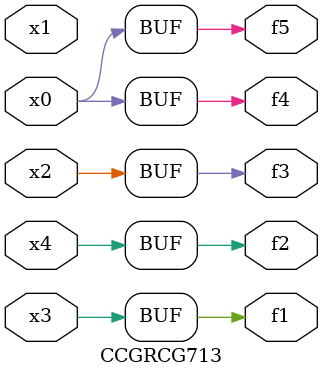
<source format=v>
module CCGRCG713(
	input x0, x1, x2, x3, x4,
	output f1, f2, f3, f4, f5
);
	assign f1 = x3;
	assign f2 = x4;
	assign f3 = x2;
	assign f4 = x0;
	assign f5 = x0;
endmodule

</source>
